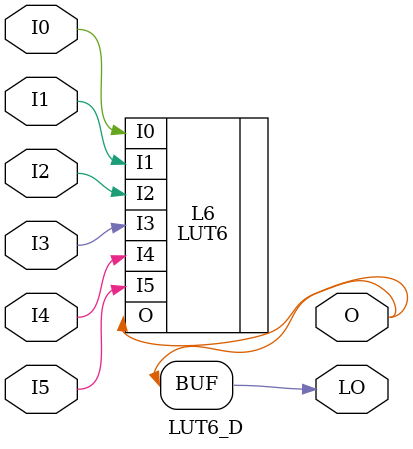
<source format=v>

`timescale  1 ps / 1 ps


module LUT6_D (LO, O, I0, I1, I2, I3, I4, I5);

    parameter [63:0] INIT = 64'h0000000000000000;

    input I0, I1, I2, I3, I4, I5;

    output LO, O;
    
    wire LO;
    wire O;

    LUT6 #(.INIT(INIT)) L6 (.O(O), .I0(I0), .I1(I1), .I2(I2), .I3(I3) , .I4(I4), .I5(I5));

    assign LO = O;

endmodule



</source>
